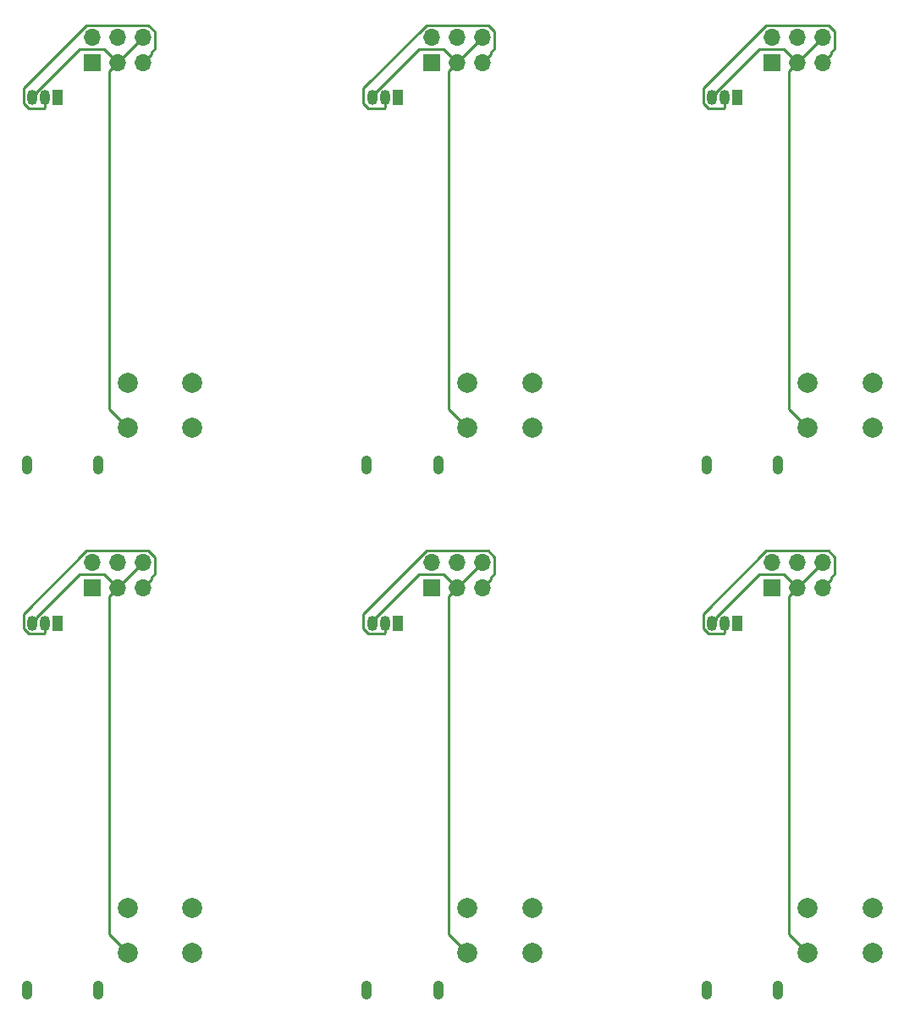
<source format=gbr>
G04 #@! TF.GenerationSoftware,KiCad,Pcbnew,(5.1.9)-1*
G04 #@! TF.CreationDate,2021-03-22T07:19:38+01:00*
G04 #@! TF.ProjectId,IM350- Multi,494d3335-302d-4204-9d75-6c74692e6b69,rev?*
G04 #@! TF.SameCoordinates,Original*
G04 #@! TF.FileFunction,Copper,L2,Bot*
G04 #@! TF.FilePolarity,Positive*
%FSLAX46Y46*%
G04 Gerber Fmt 4.6, Leading zero omitted, Abs format (unit mm)*
G04 Created by KiCad (PCBNEW (5.1.9)-1) date 2021-03-22 07:19:38*
%MOMM*%
%LPD*%
G01*
G04 APERTURE LIST*
G04 #@! TA.AperFunction,ComponentPad*
%ADD10O,1.050000X1.500000*%
G04 #@! TD*
G04 #@! TA.AperFunction,ComponentPad*
%ADD11R,1.050000X1.500000*%
G04 #@! TD*
G04 #@! TA.AperFunction,ComponentPad*
%ADD12C,2.000000*%
G04 #@! TD*
G04 #@! TA.AperFunction,ComponentPad*
%ADD13O,1.700000X1.700000*%
G04 #@! TD*
G04 #@! TA.AperFunction,ComponentPad*
%ADD14R,1.700000X1.700000*%
G04 #@! TD*
G04 #@! TA.AperFunction,ComponentPad*
%ADD15O,1.050000X1.900000*%
G04 #@! TD*
G04 #@! TA.AperFunction,Conductor*
%ADD16C,0.250000*%
G04 #@! TD*
G04 APERTURE END LIST*
D10*
X133230000Y-100000000D03*
X131960000Y-100000000D03*
D11*
X134500000Y-100000000D03*
X134500000Y-47500000D03*
D10*
X131960000Y-47500000D03*
X133230000Y-47500000D03*
D12*
X148000000Y-128500000D03*
X148000000Y-133000000D03*
X141500000Y-128500000D03*
X141500000Y-133000000D03*
D13*
X143040000Y-93960000D03*
X143040000Y-96500000D03*
X140500000Y-93960000D03*
X140500000Y-96500000D03*
X137960000Y-93960000D03*
D14*
X137960000Y-96500000D03*
X137960000Y-44000000D03*
D13*
X137960000Y-41460000D03*
X140500000Y-44000000D03*
X140500000Y-41460000D03*
X143040000Y-44000000D03*
X143040000Y-41460000D03*
D12*
X141500000Y-80500000D03*
X141500000Y-76000000D03*
X148000000Y-80500000D03*
X148000000Y-76000000D03*
D15*
X131425000Y-84200000D03*
X138575000Y-84200000D03*
X138575000Y-136700000D03*
X131425000Y-136700000D03*
X104575000Y-84200000D03*
X97425000Y-84200000D03*
D10*
X99230000Y-47500000D03*
X97960000Y-47500000D03*
D11*
X100500000Y-47500000D03*
X100500000Y-100000000D03*
D10*
X97960000Y-100000000D03*
X99230000Y-100000000D03*
D14*
X103960000Y-96500000D03*
D13*
X103960000Y-93960000D03*
X106500000Y-96500000D03*
X106500000Y-93960000D03*
X109040000Y-96500000D03*
X109040000Y-93960000D03*
X109040000Y-41460000D03*
X109040000Y-44000000D03*
X106500000Y-41460000D03*
X106500000Y-44000000D03*
X103960000Y-41460000D03*
D14*
X103960000Y-44000000D03*
D15*
X97425000Y-136700000D03*
X104575000Y-136700000D03*
D12*
X107500000Y-133000000D03*
X107500000Y-128500000D03*
X114000000Y-133000000D03*
X114000000Y-128500000D03*
X114000000Y-76000000D03*
X114000000Y-80500000D03*
X107500000Y-76000000D03*
X107500000Y-80500000D03*
D15*
X70575000Y-136700000D03*
X63425000Y-136700000D03*
D10*
X65230000Y-100000000D03*
X63960000Y-100000000D03*
D11*
X66500000Y-100000000D03*
D13*
X75040000Y-93960000D03*
X75040000Y-96500000D03*
X72500000Y-93960000D03*
X72500000Y-96500000D03*
X69960000Y-93960000D03*
D14*
X69960000Y-96500000D03*
D12*
X80000000Y-128500000D03*
X80000000Y-133000000D03*
X73500000Y-128500000D03*
X73500000Y-133000000D03*
D11*
X66500000Y-47500000D03*
D10*
X63960000Y-47500000D03*
X65230000Y-47500000D03*
D15*
X63425000Y-84200000D03*
X70575000Y-84200000D03*
D12*
X73500000Y-80500000D03*
X73500000Y-76000000D03*
X80000000Y-80500000D03*
X80000000Y-76000000D03*
D14*
X69960000Y-44000000D03*
D13*
X69960000Y-41460000D03*
X72500000Y-44000000D03*
X72500000Y-41460000D03*
X75040000Y-44000000D03*
X75040000Y-41460000D03*
D16*
X63960000Y-47500000D02*
X63960000Y-47342905D01*
X71135001Y-42635001D02*
X72500000Y-44000000D01*
X68667904Y-42635001D02*
X71135001Y-42635001D01*
X64379990Y-46922915D02*
X68667904Y-42635001D01*
X64379990Y-47120010D02*
X64379990Y-46922915D01*
X64000000Y-47500000D02*
X64379990Y-47120010D01*
X63960000Y-47500000D02*
X64000000Y-47500000D01*
X72500000Y-44000000D02*
X75040000Y-41460000D01*
X71650001Y-78650001D02*
X73500000Y-80500000D01*
X71650001Y-44849999D02*
X71650001Y-78650001D01*
X72500000Y-44000000D02*
X71650001Y-44849999D01*
X64000000Y-100000000D02*
X64379990Y-99620010D01*
X72500000Y-96500000D02*
X71650001Y-97349999D01*
X71650001Y-131150001D02*
X73500000Y-133000000D01*
X63960000Y-100000000D02*
X64000000Y-100000000D01*
X71135001Y-95135001D02*
X72500000Y-96500000D01*
X68667904Y-95135001D02*
X71135001Y-95135001D01*
X64379990Y-99620010D02*
X64379990Y-99422915D01*
X71650001Y-97349999D02*
X71650001Y-131150001D01*
X63960000Y-100000000D02*
X63960000Y-99842905D01*
X64379990Y-99422915D02*
X68667904Y-95135001D01*
X72500000Y-96500000D02*
X75040000Y-93960000D01*
X98000000Y-100000000D02*
X98379990Y-99620010D01*
X102667904Y-95135001D02*
X105135001Y-95135001D01*
X106500000Y-96500000D02*
X105650001Y-97349999D01*
X105135001Y-95135001D02*
X106500000Y-96500000D01*
X105650001Y-131150001D02*
X107500000Y-133000000D01*
X97960000Y-100000000D02*
X98000000Y-100000000D01*
X98379990Y-99422915D02*
X102667904Y-95135001D01*
X106500000Y-96500000D02*
X109040000Y-93960000D01*
X98379990Y-99620010D02*
X98379990Y-99422915D01*
X97960000Y-100000000D02*
X97960000Y-99842905D01*
X105650001Y-97349999D02*
X105650001Y-131150001D01*
X98000000Y-47500000D02*
X98379990Y-47120010D01*
X106500000Y-44000000D02*
X105650001Y-44849999D01*
X105650001Y-78650001D02*
X107500000Y-80500000D01*
X97960000Y-47500000D02*
X98000000Y-47500000D01*
X105135001Y-42635001D02*
X106500000Y-44000000D01*
X102667904Y-42635001D02*
X105135001Y-42635001D01*
X98379990Y-47120010D02*
X98379990Y-46922915D01*
X105650001Y-44849999D02*
X105650001Y-78650001D01*
X97960000Y-47500000D02*
X97960000Y-47342905D01*
X98379990Y-46922915D02*
X102667904Y-42635001D01*
X106500000Y-44000000D02*
X109040000Y-41460000D01*
X140500000Y-96500000D02*
X143040000Y-93960000D01*
X139650001Y-44849999D02*
X139650001Y-78650001D01*
X139650001Y-78650001D02*
X141500000Y-80500000D01*
X139135001Y-95135001D02*
X140500000Y-96500000D01*
X131960000Y-100000000D02*
X132000000Y-100000000D01*
X131960000Y-100000000D02*
X131960000Y-99842905D01*
X139650001Y-97349999D02*
X139650001Y-131150001D01*
X131960000Y-47500000D02*
X132000000Y-47500000D01*
X132379990Y-47120010D02*
X132379990Y-46922915D01*
X139650001Y-131150001D02*
X141500000Y-133000000D01*
X136667904Y-95135001D02*
X139135001Y-95135001D01*
X140500000Y-44000000D02*
X139650001Y-44849999D01*
X140500000Y-96500000D02*
X139650001Y-97349999D01*
X132000000Y-100000000D02*
X132379990Y-99620010D01*
X132379990Y-99620010D02*
X132379990Y-99422915D01*
X139135001Y-42635001D02*
X140500000Y-44000000D01*
X136667904Y-42635001D02*
X139135001Y-42635001D01*
X132379990Y-99422915D02*
X136667904Y-95135001D01*
X132000000Y-47500000D02*
X132379990Y-47120010D01*
X131960000Y-47500000D02*
X131960000Y-47342905D01*
X132379990Y-46922915D02*
X136667904Y-42635001D01*
X140500000Y-44000000D02*
X143040000Y-41460000D01*
X65154990Y-48575010D02*
X65230000Y-48500000D01*
X63109990Y-48077085D02*
X63607915Y-48575010D01*
X69395999Y-40284999D02*
X63109990Y-46571008D01*
X75604001Y-40284999D02*
X69395999Y-40284999D01*
X63607915Y-48575010D02*
X65154990Y-48575010D01*
X76215001Y-42595997D02*
X76215001Y-40895999D01*
X76215001Y-40895999D02*
X75604001Y-40284999D01*
X75889999Y-42920999D02*
X76215001Y-42595997D01*
X65230000Y-48500000D02*
X65230000Y-47500000D01*
X63109990Y-46571008D02*
X63109990Y-48077085D01*
X75889999Y-43150001D02*
X75889999Y-42920999D01*
X75040000Y-44000000D02*
X75889999Y-43150001D01*
X63109990Y-100577085D02*
X63607915Y-101075010D01*
X63109990Y-99071008D02*
X63109990Y-100577085D01*
X76215001Y-93395999D02*
X75604001Y-92784999D01*
X75604001Y-92784999D02*
X69395999Y-92784999D01*
X75889999Y-95650001D02*
X75889999Y-95420999D01*
X65154990Y-101075010D02*
X65230000Y-101000000D01*
X76215001Y-95095997D02*
X76215001Y-93395999D01*
X65230000Y-101000000D02*
X65230000Y-100000000D01*
X75889999Y-95420999D02*
X76215001Y-95095997D01*
X75040000Y-96500000D02*
X75889999Y-95650001D01*
X69395999Y-92784999D02*
X63109990Y-99071008D01*
X63607915Y-101075010D02*
X65154990Y-101075010D01*
X97607915Y-101075010D02*
X99154990Y-101075010D01*
X109040000Y-96500000D02*
X109889999Y-95650001D01*
X109889999Y-95420999D02*
X110215001Y-95095997D01*
X99230000Y-101000000D02*
X99230000Y-100000000D01*
X103395999Y-92784999D02*
X97109990Y-99071008D01*
X109889999Y-95650001D02*
X109889999Y-95420999D01*
X99154990Y-101075010D02*
X99230000Y-101000000D01*
X110215001Y-95095997D02*
X110215001Y-93395999D01*
X97109990Y-100577085D02*
X97607915Y-101075010D01*
X97109990Y-99071008D02*
X97109990Y-100577085D01*
X110215001Y-93395999D02*
X109604001Y-92784999D01*
X109604001Y-92784999D02*
X103395999Y-92784999D01*
X97109990Y-48077085D02*
X97607915Y-48575010D01*
X97109990Y-46571008D02*
X97109990Y-48077085D01*
X110215001Y-40895999D02*
X109604001Y-40284999D01*
X109604001Y-40284999D02*
X103395999Y-40284999D01*
X109889999Y-43150001D02*
X109889999Y-42920999D01*
X99154990Y-48575010D02*
X99230000Y-48500000D01*
X110215001Y-42595997D02*
X110215001Y-40895999D01*
X99230000Y-48500000D02*
X99230000Y-47500000D01*
X109889999Y-42920999D02*
X110215001Y-42595997D01*
X109040000Y-44000000D02*
X109889999Y-43150001D01*
X103395999Y-40284999D02*
X97109990Y-46571008D01*
X97607915Y-48575010D02*
X99154990Y-48575010D01*
X143040000Y-96500000D02*
X143889999Y-95650001D01*
X143889999Y-95420999D02*
X144215001Y-95095997D01*
X133230000Y-101000000D02*
X133230000Y-100000000D01*
X143889999Y-95650001D02*
X143889999Y-95420999D01*
X133154990Y-101075010D02*
X133230000Y-101000000D01*
X144215001Y-95095997D02*
X144215001Y-93395999D01*
X131607915Y-101075010D02*
X133154990Y-101075010D01*
X137395999Y-92784999D02*
X131109990Y-99071008D01*
X131109990Y-100577085D02*
X131607915Y-101075010D01*
X143604001Y-92784999D02*
X137395999Y-92784999D01*
X131109990Y-99071008D02*
X131109990Y-100577085D01*
X144215001Y-93395999D02*
X143604001Y-92784999D01*
X131109990Y-46571008D02*
X131109990Y-48077085D01*
X143889999Y-43150001D02*
X143889999Y-42920999D01*
X143604001Y-40284999D02*
X137395999Y-40284999D01*
X133154990Y-48575010D02*
X133230000Y-48500000D01*
X144215001Y-42595997D02*
X144215001Y-40895999D01*
X131109990Y-48077085D02*
X131607915Y-48575010D01*
X144215001Y-40895999D02*
X143604001Y-40284999D01*
X137395999Y-40284999D02*
X131109990Y-46571008D01*
X131607915Y-48575010D02*
X133154990Y-48575010D01*
X133230000Y-48500000D02*
X133230000Y-47500000D01*
X143040000Y-44000000D02*
X143889999Y-43150001D01*
X143889999Y-42920999D02*
X144215001Y-42595997D01*
M02*

</source>
